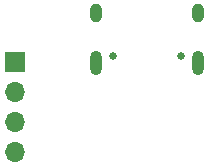
<source format=gbr>
%TF.GenerationSoftware,KiCad,Pcbnew,8.0.6*%
%TF.CreationDate,2025-05-14T20:02:39-04:00*%
%TF.ProjectId,touch_volume_controller,746f7563-685f-4766-9f6c-756d655f636f,rev?*%
%TF.SameCoordinates,Original*%
%TF.FileFunction,Soldermask,Bot*%
%TF.FilePolarity,Negative*%
%FSLAX46Y46*%
G04 Gerber Fmt 4.6, Leading zero omitted, Abs format (unit mm)*
G04 Created by KiCad (PCBNEW 8.0.6) date 2025-05-14 20:02:39*
%MOMM*%
%LPD*%
G01*
G04 APERTURE LIST*
%ADD10C,0.650000*%
%ADD11O,1.000000X2.100000*%
%ADD12O,1.000000X1.600000*%
%ADD13R,1.700000X1.700000*%
%ADD14O,1.700000X1.700000*%
G04 APERTURE END LIST*
D10*
%TO.C,J1*%
X45003200Y-56041600D03*
X39223200Y-56041600D03*
D11*
X46433200Y-56571600D03*
D12*
X46433200Y-52391600D03*
D11*
X37793200Y-56571600D03*
D12*
X37793200Y-52391600D03*
%TD*%
D13*
%TO.C,J2*%
X30962200Y-56525000D03*
D14*
X30962200Y-59065000D03*
X30962200Y-61605000D03*
X30962200Y-64145000D03*
%TD*%
M02*

</source>
